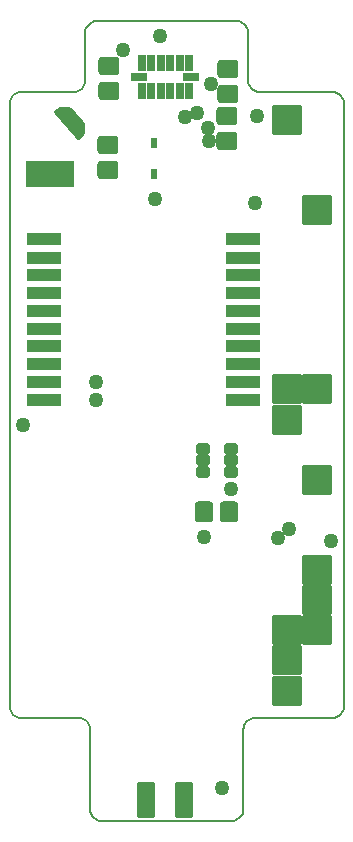
<source format=gbr>
G04 PROTEUS RS274X GERBER FILE*
%FSLAX45Y45*%
%MOMM*%
G01*
%ADD28C,1.270000*%
%AMPPAD021*
4,1,48,
0.508000,-1.524000,
-0.508000,-1.524000,
-0.534400,-1.522720,
-0.559930,-1.518950,
-0.584490,-1.512800,
-0.630220,-1.493870,
-0.670650,-1.466840,
-0.704840,-1.432640,
-0.731860,-1.392220,
-0.750800,-1.346490,
-0.756950,-1.321930,
-0.760720,-1.296400,
-0.762000,-1.270000,
-0.762000,1.270000,
-0.760720,1.296400,
-0.756950,1.321930,
-0.750800,1.346490,
-0.731860,1.392220,
-0.704840,1.432640,
-0.670650,1.466840,
-0.630220,1.493870,
-0.584490,1.512800,
-0.559930,1.518950,
-0.534400,1.522720,
-0.508000,1.524000,
0.508000,1.524000,
0.534400,1.522720,
0.559930,1.518950,
0.584490,1.512800,
0.630220,1.493870,
0.670650,1.466840,
0.704840,1.432640,
0.731860,1.392220,
0.750800,1.346490,
0.756950,1.321930,
0.760720,1.296400,
0.762000,1.270000,
0.762000,-1.270000,
0.760720,-1.296400,
0.756950,-1.321930,
0.750800,-1.346490,
0.731860,-1.392220,
0.704840,-1.432640,
0.670650,-1.466840,
0.630220,-1.493870,
0.584490,-1.512800,
0.559930,-1.518950,
0.534400,-1.522720,
0.508000,-1.524000,
0*%
%ADD29PPAD021*%
%AMPPAD022*
4,1,48,
-1.016000,1.270000,
1.016000,1.270000,
1.042400,1.268720,
1.067930,1.264950,
1.092490,1.258800,
1.138220,1.239870,
1.178650,1.212840,
1.212840,1.178640,
1.239860,1.138220,
1.258800,1.092490,
1.264950,1.067930,
1.268720,1.042400,
1.270000,1.016000,
1.270000,-1.016000,
1.268720,-1.042400,
1.264950,-1.067930,
1.258800,-1.092490,
1.239860,-1.138220,
1.212840,-1.178640,
1.178650,-1.212840,
1.138220,-1.239870,
1.092490,-1.258800,
1.067930,-1.264950,
1.042400,-1.268720,
1.016000,-1.270000,
-1.016000,-1.270000,
-1.042400,-1.268720,
-1.067930,-1.264950,
-1.092490,-1.258800,
-1.138220,-1.239870,
-1.178650,-1.212840,
-1.212840,-1.178640,
-1.239860,-1.138220,
-1.258800,-1.092490,
-1.264950,-1.067930,
-1.268720,-1.042400,
-1.270000,-1.016000,
-1.270000,1.016000,
-1.268720,1.042400,
-1.264950,1.067930,
-1.258800,1.092490,
-1.239860,1.138220,
-1.212840,1.178640,
-1.178650,1.212840,
-1.138220,1.239870,
-1.092490,1.258800,
-1.067930,1.264950,
-1.042400,1.268720,
-1.016000,1.270000,
0*%
%ADD72PPAD022*%
%AMPPAD023*
4,1,48,
-0.571500,-0.254000,
-0.571500,0.254000,
-0.570220,0.280400,
-0.566450,0.305930,
-0.560300,0.330490,
-0.541370,0.376220,
-0.514340,0.416650,
-0.480140,0.450840,
-0.439720,0.477860,
-0.393990,0.496800,
-0.369430,0.502950,
-0.343900,0.506720,
-0.317500,0.508000,
0.317500,0.508000,
0.343900,0.506720,
0.369430,0.502950,
0.393990,0.496800,
0.439720,0.477860,
0.480140,0.450840,
0.514340,0.416650,
0.541370,0.376220,
0.560300,0.330490,
0.566450,0.305930,
0.570220,0.280400,
0.571500,0.254000,
0.571500,-0.254000,
0.570220,-0.280400,
0.566450,-0.305930,
0.560300,-0.330490,
0.541370,-0.376220,
0.514340,-0.416650,
0.480140,-0.450840,
0.439720,-0.477860,
0.393990,-0.496800,
0.369430,-0.502950,
0.343900,-0.506720,
0.317500,-0.508000,
-0.317500,-0.508000,
-0.343900,-0.506720,
-0.369430,-0.502950,
-0.393990,-0.496800,
-0.439720,-0.477860,
-0.480140,-0.450840,
-0.514340,-0.416650,
-0.541370,-0.376220,
-0.560300,-0.330490,
-0.566450,-0.305930,
-0.570220,-0.280400,
-0.571500,-0.254000,
0*%
%ADD73PPAD023*%
%AMPPAD024*
4,1,48,
0.508000,-0.889000,
-0.508000,-0.889000,
-0.534400,-0.887720,
-0.559930,-0.883950,
-0.584490,-0.877800,
-0.630220,-0.858870,
-0.670650,-0.831840,
-0.704840,-0.797640,
-0.731860,-0.757220,
-0.750800,-0.711490,
-0.756950,-0.686930,
-0.760720,-0.661400,
-0.762000,-0.635000,
-0.762000,0.635000,
-0.760720,0.661400,
-0.756950,0.686930,
-0.750800,0.711490,
-0.731860,0.757220,
-0.704840,0.797640,
-0.670650,0.831840,
-0.630220,0.858870,
-0.584490,0.877800,
-0.559930,0.883950,
-0.534400,0.887720,
-0.508000,0.889000,
0.508000,0.889000,
0.534400,0.887720,
0.559930,0.883950,
0.584490,0.877800,
0.630220,0.858870,
0.670650,0.831840,
0.704840,0.797640,
0.731860,0.757220,
0.750800,0.711490,
0.756950,0.686930,
0.760720,0.661400,
0.762000,0.635000,
0.762000,-0.635000,
0.760720,-0.661400,
0.756950,-0.686930,
0.750800,-0.711490,
0.731860,-0.757220,
0.704840,-0.797640,
0.670650,-0.831840,
0.630220,-0.858870,
0.584490,-0.877800,
0.559930,-0.883950,
0.534400,-0.887720,
0.508000,-0.889000,
0*%
%ADD30PPAD024*%
%AMPPAD025*
4,1,4,
-1.473200,-0.495300,
-1.473200,0.495300,
1.473200,0.495300,
1.473200,-0.495300,
-1.473200,-0.495300,
0*%
%ADD31PPAD025*%
%AMPPAD026*
4,1,36,
0.202500,-0.677000,
-0.202500,-0.677000,
-0.228470,-0.674470,
-0.252480,-0.667200,
-0.274080,-0.655650,
-0.292790,-0.640290,
-0.308150,-0.621570,
-0.319700,-0.599980,
-0.326970,-0.575970,
-0.329500,-0.550000,
-0.329500,0.550000,
-0.326970,0.575970,
-0.319700,0.599980,
-0.308150,0.621570,
-0.292790,0.640290,
-0.274080,0.655650,
-0.252480,0.667200,
-0.228470,0.674470,
-0.202500,0.677000,
0.202500,0.677000,
0.228470,0.674470,
0.252480,0.667200,
0.274080,0.655650,
0.292790,0.640290,
0.308150,0.621570,
0.319700,0.599980,
0.326970,0.575970,
0.329500,0.550000,
0.329500,-0.550000,
0.326970,-0.575970,
0.319700,-0.599980,
0.308150,-0.621570,
0.292790,-0.640290,
0.274080,-0.655650,
0.252480,-0.667200,
0.228470,-0.674470,
0.202500,-0.677000,
0*%
%ADD32PPAD026*%
%AMPPAD027*
4,1,36,
-0.677000,-0.202500,
-0.677000,0.202500,
-0.674470,0.228470,
-0.667200,0.252480,
-0.655650,0.274080,
-0.640290,0.292790,
-0.621570,0.308150,
-0.599980,0.319700,
-0.575970,0.326970,
-0.550000,0.329500,
0.550000,0.329500,
0.575970,0.326970,
0.599980,0.319700,
0.621570,0.308150,
0.640290,0.292790,
0.655650,0.274080,
0.667200,0.252480,
0.674470,0.228470,
0.677000,0.202500,
0.677000,-0.202500,
0.674470,-0.228470,
0.667200,-0.252480,
0.655650,-0.274080,
0.640290,-0.292790,
0.621570,-0.308150,
0.599980,-0.319700,
0.575970,-0.326970,
0.550000,-0.329500,
-0.550000,-0.329500,
-0.575970,-0.326970,
-0.599980,-0.319700,
-0.621570,-0.308150,
-0.640290,-0.292790,
-0.655650,-0.274080,
-0.667200,-0.252480,
-0.674470,-0.228470,
-0.677000,-0.202500,
0*%
%ADD33PPAD027*%
%AMPPAD011*
4,1,6,
-1.577990,0.748290,
0.521400,-1.666780,
1.049690,-1.207540,
1.118750,-0.220000,
-0.062160,1.138480,
-1.049690,1.207540,
-1.577990,0.748290,
0*%
%ADD71PPAD011*%
%AMPPAD028*
4,1,4,
2.025000,1.075000,
2.025000,-1.075000,
-2.025000,-1.075000,
-2.025000,1.075000,
2.025000,1.075000,
0*%
%ADD34PPAD028*%
%AMPPAD029*
4,1,48,
0.889000,0.508000,
0.889000,-0.508000,
0.887720,-0.534400,
0.883950,-0.559930,
0.877800,-0.584490,
0.858870,-0.630220,
0.831840,-0.670650,
0.797640,-0.704840,
0.757220,-0.731860,
0.711490,-0.750800,
0.686930,-0.756950,
0.661400,-0.760720,
0.635000,-0.762000,
-0.635000,-0.762000,
-0.661400,-0.760720,
-0.686930,-0.756950,
-0.711490,-0.750800,
-0.757220,-0.731860,
-0.797640,-0.704840,
-0.831840,-0.670650,
-0.858870,-0.630220,
-0.877800,-0.584490,
-0.883950,-0.559930,
-0.887720,-0.534400,
-0.889000,-0.508000,
-0.889000,0.508000,
-0.887720,0.534400,
-0.883950,0.559930,
-0.877800,0.584490,
-0.858870,0.630220,
-0.831840,0.670650,
-0.797640,0.704840,
-0.757220,0.731860,
-0.711490,0.750800,
-0.686930,0.756950,
-0.661400,0.760720,
-0.635000,0.762000,
0.635000,0.762000,
0.661400,0.760720,
0.686930,0.756950,
0.711490,0.750800,
0.757220,0.731860,
0.797640,0.704840,
0.831840,0.670650,
0.858870,0.630220,
0.877800,0.584490,
0.883950,0.559930,
0.887720,0.534400,
0.889000,0.508000,
0*%
%ADD35PPAD029*%
%AMPPAD030*
4,1,4,
-0.254000,0.419100,
0.254000,0.419100,
0.254000,-0.419100,
-0.254000,-0.419100,
-0.254000,0.419100,
0*%
%ADD36PPAD030*%
%ADD23C,0.203200*%
D28*
X-19147Y+3187940D03*
X-331114Y+3072888D03*
X-559629Y+266235D03*
X-558031Y+107921D03*
X+510601Y-3178164D03*
X+585000Y-645000D03*
X+1075000Y-980000D03*
X+1433952Y-1081162D03*
X+411562Y+2783438D03*
X+980000Y-1060000D03*
X+353233Y-1047195D03*
X+300379Y+2540379D03*
X+805599Y+2511875D03*
X+396650Y+2300000D03*
X+393797Y+2409599D03*
X+195000Y+2505000D03*
X+788333Y+1781626D03*
X-61578Y+1815000D03*
X-1180000Y-100000D03*
D29*
X+184000Y-3273800D03*
X-133500Y-3273800D03*
D72*
X+1315000Y-570000D03*
X+1060000Y-60000D03*
X+1060000Y-2095000D03*
X+1060000Y-1840000D03*
X+1060000Y-2350000D03*
X+1060000Y+2480000D03*
X+1315000Y+1715000D03*
X+1060000Y+200000D03*
X+1315000Y+200000D03*
D73*
X+585000Y-495500D03*
X+585000Y-401520D03*
X+585000Y-305000D03*
X+346240Y-305000D03*
X+346240Y-398980D03*
X+346240Y-495500D03*
D30*
X+565000Y-835000D03*
X+351640Y-835000D03*
D31*
X-1000000Y+1470000D03*
X-1000000Y+1315000D03*
X-1000000Y+1165000D03*
X-1000000Y+1015000D03*
X-1000000Y+865000D03*
X-1000000Y+715000D03*
X-1000000Y+565000D03*
X-1000000Y+415000D03*
X-1000000Y+265000D03*
X-1000000Y+110000D03*
X+685000Y+110000D03*
X+685000Y+265000D03*
X+685000Y+415000D03*
X+685000Y+565000D03*
X+685000Y+715000D03*
X+685000Y+865000D03*
X+685000Y+1015000D03*
X+685000Y+1165000D03*
X+685000Y+1315000D03*
X+685000Y+1470000D03*
D32*
X+230000Y+2960000D03*
X+150000Y+2960000D03*
X+70000Y+2960000D03*
X-10000Y+2960000D03*
X-90000Y+2960000D03*
X-170000Y+2960000D03*
D33*
X-196300Y+2845500D03*
D32*
X-170000Y+2730000D03*
X-90000Y+2730000D03*
X-10000Y+2730000D03*
X+70000Y+2730000D03*
X+150000Y+2730000D03*
X+230000Y+2730000D03*
D33*
X+243700Y+2845500D03*
D71*
X-765000Y+2470000D03*
D34*
X-950000Y+2020000D03*
D35*
X-450000Y+2940000D03*
X-450000Y+2726640D03*
D36*
X-65000Y+2025000D03*
X-65000Y+2285000D03*
D35*
X-455000Y+2055000D03*
X-455000Y+2268360D03*
X+560000Y+2915000D03*
X+560000Y+2701640D03*
X+550000Y+2301640D03*
X+550000Y+2515000D03*
D72*
X+1315000Y-1585000D03*
X+1315000Y-1330000D03*
X+1315000Y-1840000D03*
D23*
X-610000Y-3352045D02*
X-608010Y-3372492D01*
X-602285Y-3391400D01*
X-581094Y-3423139D01*
X-549356Y-3444330D01*
X-530447Y-3450055D01*
X-510000Y-3452045D01*
X-610000Y-3352045D02*
X-610000Y-2682045D01*
X-611990Y-2661598D01*
X-617715Y-2642690D01*
X-638906Y-2610951D01*
X-670644Y-2589760D01*
X-689553Y-2584035D01*
X-710000Y-2582045D01*
X-1190000Y-2582045D01*
X-1290000Y-2482045D02*
X-1288010Y-2502492D01*
X-1282285Y-2521400D01*
X-1261094Y-2553139D01*
X-1229356Y-2574330D01*
X-1210447Y-2580055D01*
X-1190000Y-2582045D01*
X-1290000Y-2482045D02*
X-1290000Y+2617964D01*
X-1288010Y+2638411D01*
X-1282285Y+2657319D01*
X-1261094Y+2689058D01*
X-1229356Y+2710249D01*
X-1210447Y+2715974D01*
X-1190000Y+2717964D01*
X-750000Y+2717964D01*
X-650000Y+2817964D02*
X-651990Y+2797517D01*
X-657715Y+2778609D01*
X-678906Y+2746870D01*
X-710644Y+2725679D01*
X-729553Y+2719954D01*
X-750000Y+2717964D01*
X-650000Y+2817964D02*
X-650000Y+3218300D01*
X-648010Y+3238747D01*
X-642285Y+3257655D01*
X-621094Y+3289394D01*
X-589356Y+3310585D01*
X-570447Y+3316310D01*
X-550000Y+3318300D01*
X+630000Y+3318300D01*
X+730000Y+3218300D02*
X+728010Y+3238747D01*
X+722285Y+3257655D01*
X+701094Y+3289394D01*
X+669356Y+3310585D01*
X+650447Y+3316310D01*
X+630000Y+3318300D01*
X+730000Y+3218300D02*
X+730000Y+2817964D01*
X+731990Y+2797517D01*
X+737715Y+2778609D01*
X+758906Y+2746870D01*
X+790644Y+2725679D01*
X+809553Y+2719954D01*
X+830000Y+2717964D01*
X+1440000Y+2717964D01*
X+1540000Y+2617964D02*
X+1538010Y+2638411D01*
X+1532285Y+2657319D01*
X+1511094Y+2689058D01*
X+1479356Y+2710249D01*
X+1460447Y+2715974D01*
X+1440000Y+2717964D01*
X+1540000Y+2617964D02*
X+1540000Y-2482045D01*
X+1538010Y-2502492D01*
X+1532285Y-2521400D01*
X+1511094Y-2553139D01*
X+1479356Y-2574330D01*
X+1460447Y-2580055D01*
X+1440000Y-2582045D01*
X+790000Y-2582045D01*
X+690000Y-2682045D02*
X+691990Y-2661598D01*
X+697715Y-2642690D01*
X+718906Y-2610951D01*
X+750644Y-2589760D01*
X+769553Y-2584035D01*
X+790000Y-2582045D01*
X+690000Y-2682045D02*
X+690000Y-3352045D01*
X+688010Y-3372492D01*
X+682285Y-3391400D01*
X+661094Y-3423139D01*
X+629356Y-3444330D01*
X+610447Y-3450055D01*
X+590000Y-3452045D01*
X+302500Y-3452045D01*
X-222500Y-3452045D02*
X-510000Y-3452045D01*
X+302500Y-3452045D02*
X-222500Y-3452045D01*
M02*

</source>
